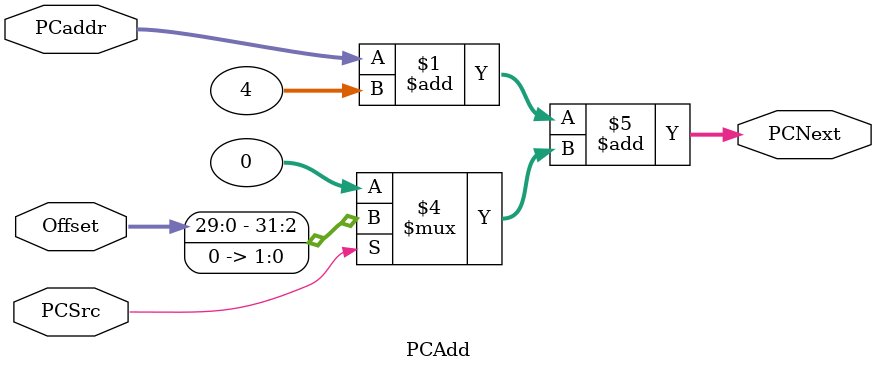
<source format=v>
module PCAdd(PCaddr, PCSrc, Offset, PCNext);
    input [31: 0] PCaddr;
    input PCSrc;
    input [31: 0] Offset; 
    output [31: 0] PCNext;

    assign PCNext = PCaddr + 4 + ((PCSrc == 0) ? 0 : Offset << 2);

endmodule
</source>
